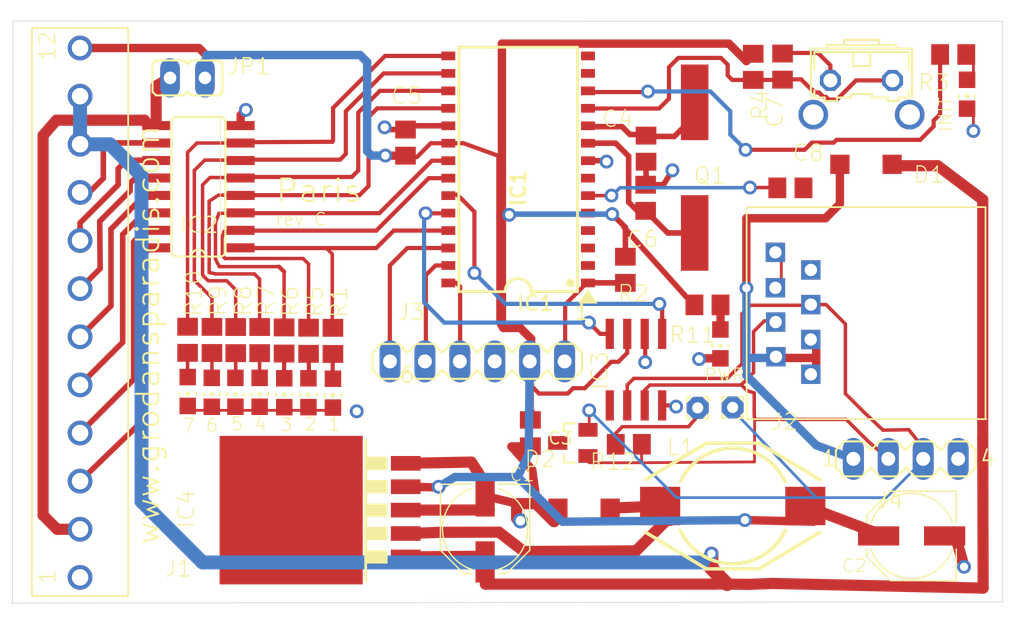
<source format=kicad_pcb>
(kicad_pcb (version 20221018) (generator pcbnew)
  (layers (0 "F.Cu" signal) (1 "In1.Cu" signal) (2 "In2.Cu" signal) (3 "In3.Cu" signal) (4 "In4.Cu" signal) (31 "B.Cu" signal) (34 "B.Paste" user) (35 "F.Paste" user) (36 "B.SilkS" user "B.Silkscreen") (37 "F.SilkS" user "F.Silkscreen") (38 "B.Mask" user) (39 "F.Mask" user) (44 "Edge.Cuts" user))
  (net 0 "")
  (net 1 "+12V")
  (net 2 "VREF")
  (net 3 "GND")
  (net 4 "VCC")
  (net 5 "TXCAN")
  (net 6 "N$4")
  (net 7 "N$6")
  (net 8 "RXCAN")
  (net 9 "N$5")
  (net 10 "N$12")
  (net 11 "N$13")
  (net 12 "N$14")
  (net 13 "N$15")
  (net 14 "I2")
  (net 15 "I3")
  (net 16 "I4")
  (net 17 "I5")
  (net 18 "I6")
  (net 19 "I7")
  (net 20 "VIN")
  (net 21 "N$1")
  (net 22 "N$2")
  (net 23 "N$7")
  (net 24 "N$8")
  (net 25 "I1")
  (net 26 "O7")
  (net 27 "O6")
  (net 28 "O5")
  (net 29 "O4")
  (net 30 "O3")
  (net 31 "O2")
  (net 32 "O1")
  (net 33 "N$9")
  (net 34 "N$10")
  (net 35 "N$11")
  (net 36 "N$16")
  (net 37 "N$17")
  (net 38 "N$18")
  (net 39 "N$19")
  (net 40 "N$20")
  (net 41 "CANH")
  (net 42 "CANL")
  (net 43 "N$3")
  (net 44 "N$21")
  (footprint "C0805" (layer "F.Cu") (at 141.1111 92.6836 90)
    (fp_text reference "C5")
    (fp_text value "0.1uF" hide)
  )
  (footprint "B3F-31XX" (layer "F.Cu") (at 174.2711 89.4036 180)
    (fp_text reference "S1" hide)
    (fp_text value "")
  )
  (footprint "CHIP-LED0805" (layer "F.Cu") (at 164.0111 107.3236 180)
    (fp_text reference "LED9" hide)
    (fp_text value "red" hide)
  )
  (footprint "RJ-45" (layer "F.Cu") (at 176.9411 105.0836 90)
    (fp_text reference "J2")
    (fp_text value "A00-108-220-450" hide)
  )
  (footprint "CHIP-LED0805" (layer "F.Cu") (at 125.2711 110.7836 180)
    (fp_text reference "LED8" hide)
    (fp_text value "red" hide)
  )
  (footprint "JP1" (layer "F.Cu") (at 125.2545 87.9768 90)
    (fp_text reference "JP1")
    (fp_text value "")
  )
  (footprint "PANASONIC_D" (layer "F.Cu") (at 146.8989 120.7794 -90)
    (fp_text reference "C1")
    (fp_text value "100uF" hide)
  )
  (footprint "TO263-5" (layer "F.Cu") (at 135.3351 119.4112 90)
    (fp_text reference "IC4")
    (fp_text value "LM2575S" hide)
  )
  (footprint "SOD123" (layer "F.Cu") (at 154.0933 119.2714 180)
    (fp_text reference "D3" hide)
    (fp_text value "S1D" hide)
  )
  (footprint "SO-08" (layer "F.Cu") (at 157.8711 109.1936 180)
    (fp_text reference "IC3")
    (fp_text value "MCP2551SN" hide)
  )
  (footprint "SO28" (layer "F.Cu") (at 149.3011 94.6336 90)
    (fp_text reference "IC1")
    (fp_text value "PIC18F2580" hide)
  )
  (footprint "CHIP-LED0805" (layer "F.Cu") (at 128.7411 110.8436 180)
    (fp_text reference "LED6" hide)
    (fp_text value "red" hide)
  )
  (footprint "R0805" (layer "F.Cu") (at 166.4011 87.1736 90)
    (fp_text reference "R4")
    (fp_text value "10K" hide)
  )
  (footprint "R0805" (layer "F.Cu") (at 157.3511 114.6236 180)
    (fp_text reference "R12")
    (fp_text value "120" hide)
  )
  (footprint "C0805" (layer "F.Cu") (at 168.5311 87.1536 -90)
    (fp_text reference "C7")
    (fp_text value "0.1uF" hide)
  )
  (footprint "1,6_0,8" (layer "F.Cu") (at 164.9011 111.9436)
    (fp_text reference "PAD2" hide)
    (fp_text value "")
  )
  (footprint "R0805" (layer "F.Cu") (at 127.0311 107.0336 90)
    (fp_text reference "R9")
    (fp_text value "1K" hide)
  )
  (footprint "DO3316P" (layer "F.Cu") (at 164.9087 119.1114)
    (fp_text reference "L1")
    (fp_text value "330 uH" hide)
  )
  (footprint "CHIP-LED0805" (layer "F.Cu") (at 127.0211 110.8436 180)
    (fp_text reference "LED7" hide)
    (fp_text value "red" hide)
  )
  (footprint "CHIP-LED0805" (layer "F.Cu") (at 135.8311 110.9036 180)
    (fp_text reference "LED2" hide)
    (fp_text value "red" hide)
  )
  (footprint "C0805" (layer "F.Cu") (at 169.1011 95.9736 180)
    (fp_text reference "C8")
    (fp_text value "10 uF" hide)
  )
  (footprint "9C" (layer "F.Cu") (at 162.1411 94.4936 -90)
    (fp_text reference "Q1")
    (fp_text value "10 MHz" hide)
  )
  (footprint "R0805" (layer "F.Cu") (at 125.2611 107.0236 90)
    (fp_text reference "R10")
    (fp_text value "1K" hide)
  )
  (footprint "PANASONIC_D" (layer "F.Cu") (at 177.9187 121.2878 180)
    (fp_text reference "C2")
    (fp_text value "330uF" hide)
  )
  (footprint "C0805" (layer "F.Cu") (at 158.6037 93.1244 90)
    (fp_text reference "C4")
    (fp_text value "15pF" hide)
  )
  (footprint "R0805" (layer "F.Cu") (at 157.1011 101.9336 90)
    (fp_text reference "R2")
    (fp_text value "10K" hide)
  )
  (footprint "SOD123" (layer "F.Cu") (at 174.6011 94.2636 180)
    (fp_text reference "D1")
    (fp_text value "S1D" hide)
  )
  (footprint "R0805" (layer "F.Cu") (at 130.5011 107.0436 90)
    (fp_text reference "R7")
    (fp_text value "1K" hide)
  )
  (footprint "R0805" (layer "F.Cu") (at 132.2811 107.0736 90)
    (fp_text reference "R6")
    (fp_text value "1K" hide)
  )
  (footprint "MA06-1" (layer "F.Cu") (at 146.3311 108.5936 180)
    (fp_text reference "J3")
    (fp_text value "")
  )
  (footprint "CHIP-LED0805" (layer "F.Cu") (at 132.2911 110.8736 180)
    (fp_text reference "LED4" hide)
    (fp_text value "red" hide)
  )
  (footprint "1,6_0,8" (layer "F.Cu") (at 162.3611 111.9736)
    (fp_text reference "PAD1" hide)
    (fp_text value "")
  )
  (footprint "CHIP-LED0805" (layer "F.Cu") (at 181.9511 89.1636 180)
    (fp_text reference "LED1" hide)
    (fp_text value "green" hide)
  )
  (footprint "R0805" (layer "F.Cu") (at 180.9411 86.2736 180)
    (fp_text reference "R3")
    (fp_text value "1K" hide)
  )
  (footprint "SOT23" (layer "F.Cu") (at 153.2811 114.5236 90)
    (fp_text reference "D2")
    (fp_text value "NUP2105L" hide)
  )
  (footprint "C0805" (layer "F.Cu") (at 158.5727 96.695 -90)
    (fp_text reference "C6")
    (fp_text value "15pF" hide)
  )
  (footprint "R0805" (layer "F.Cu") (at 163.0711 104.4836 180)
    (fp_text reference "R11")
    (fp_text value "1K" hide)
  )
  (footprint "R0805" (layer "F.Cu") (at 128.7611 107.0436 90)
    (fp_text reference "R8")
    (fp_text value "1K" hide)
  )
  (footprint "CHIP-LED0805" (layer "F.Cu") (at 130.5011 110.8436 180)
    (fp_text reference "LED5" hide)
    (fp_text value "red" hide)
  )
  (footprint "CHIP-LED0805" (layer "F.Cu") (at 134.0511 110.8736 180)
    (fp_text reference "LED3" hide)
    (fp_text value "red" hide)
  )
  (footprint "PINHEAD-12" (layer "F.Cu") (at 117.4411 106.8036 90)
    (fp_text reference "J1")
    (fp_text value "OSTTE-12" hide)
  )
  (footprint "MA04-1" (layer "F.Cu") (at 177.4911 115.6836)
    (fp_text reference "J4")
    (fp_text value "")
  )
  (footprint "0805" (layer "F.Cu") (at 150.1911 113.8036 90)
    (fp_text reference "C3")
    (fp_text value "100nF" hide)
  )
  (footprint "R0805" (layer "F.Cu") (at 134.0611 107.0936 90)
    (fp_text reference "R5")
    (fp_text value "1K" hide)
  )
  (footprint "R0805" (layer "F.Cu") (at 135.8311 107.1036 90)
    (fp_text reference "R1")
    (fp_text value "1K" hide)
  )
  (footprint "SO16" (layer "F.Cu") (at 126.0489 95.8896 90)
    (fp_text reference "IC2")
    (fp_text value "ULN2003AD" hide)
  )
  (gr_line (start 112.5711 83.8336) (end 112.5211 126.1636) (stroke (width 0.05)) (layer "Edge.Cuts"))
  (gr_line (start 112.4811 126.1736) (end 184.5211 126.0836) (stroke (width 0.05)) (layer "Edge.Cuts"))
  (gr_line (start 184.5211 126.0836) (end 184.5211 83.8636) (stroke (width 0.05)) (layer "Edge.Cuts"))
  (gr_line (start 184.5211 83.8636) (end 112.5711 83.8336) (stroke (width 0.05)) (layer "Edge.Cuts"))
  (gr_text "6" (at 126.5411 113.7736) (layer "F.SilkS") (effects (font (size 0.93472 0.93472) (thickness 0.08128)) (justify left bottom)))
  (gr_text "4" (at 130.0611 113.7136) (layer "F.SilkS") (effects (font (size 0.93472 0.93472) (thickness 0.08128)) (justify left bottom)))
  (gr_text "PWR" (at 162.7911 110.1336) (layer "F.SilkS") (effects (font (size 0.93472 0.93472) (thickness 0.08128)) (justify left bottom)))
  (gr_text "Paris" (at 131.5975 97.1382) (layer "F.SilkS") (effects (font (size 1.63576 1.63576) (thickness 0.14224)) (justify left bottom)))
  (gr_text "INIT" (at 180.9311 91.9836 90) (layer "F.SilkS") (effects (font (size 0.93472 0.93472) (thickness 0.08128)) (justify left bottom)))
  (gr_text "1" (at 135.4311 113.7136) (layer "F.SilkS") (effects (font (size 0.93472 0.93472) (thickness 0.08128)) (justify left bottom)))
  (gr_text "rev C" (at 131.5851 98.8106) (layer "F.SilkS") (effects (font (size 0.93472 0.93472) (thickness 0.08128)) (justify left bottom)))
  (gr_text "7" (at 124.8511 113.7736) (layer "F.SilkS") (effects (font (size 0.93472 0.93472) (thickness 0.08128)) (justify left bottom)))
  (gr_text "5" (at 128.3511 113.6836) (layer "F.SilkS") (effects (font (size 0.93472 0.93472) (thickness 0.08128)) (justify left bottom)))
  (gr_text "www.grodansparadis.com" (at 121.4231 91.3076 90) (layer "F.SilkS") (effects (font (size 1.63576 1.63576) (thickness 0.14224)) (justify right top)))
  (gr_text "2" (at 133.7011 113.7136) (layer "F.SilkS") (effects (font (size 0.93472 0.93472) (thickness 0.08128)) (justify left bottom)))
  (gr_text "3" (at 131.9411 113.7436) (layer "F.SilkS") (effects (font (size 0.93472 0.93472) (thickness 0.08128)) (justify left bottom)))
  (segment (start 172.7011 97.1336) (end 172.7011 94.2636) (width 0.6096) (layer "F.Cu") (net 1))
  (segment (start 170.9811 108.3436) (end 170.9811 109.6136) (width 0.6096) (layer "F.Cu") (net 1))
  (segment (start 170.9811 107.0736) (end 170.5811 107.0036) (width 0.6096) (layer "F.Cu") (net 1))
  (segment (start 168.4411 108.3436) (end 170.9811 108.3436) (width 0.6096) (layer "F.Cu") (net 1))
  (segment (start 165.9011 98.1836) (end 171.6511 98.1836) (width 0.6096) (layer "F.Cu") (net 1))
  (segment (start 168.0511 108.2536) (end 168.4411 108.3436) (width 0.2032) (layer "F.Cu") (net 1))
  (segment (start 165.9011 103.2636) (end 165.9011 98.1836) (width 0.6096) (layer "F.Cu") (net 1))
  (segment (start 170.9811 109.6136) (end 170.5911 109.5336) (width 0.6096) (layer "F.Cu") (net 1))
  (segment (start 171.6511 98.1836) (end 172.7011 97.1336) (width 0.6096) (layer "F.Cu") (net 1))
  (segment (start 170.9811 108.3436) (end 170.9811 107.0736) (width 0.6096) (layer "F.Cu") (net 1))
  (via (at 165.9011 103.2636) (size 1.0064) (drill 0.6) (layers "F.Cu" "B.Cu") (net 1))
  (segment (start 165.9011 108.3436) (end 165.9011 103.2636) (width 0.6096) (layer "B.Cu") (net 1))
  (segment (start 168.4411 108.3436) (end 168.0511 108.2536) (width 0.6096) (layer "B.Cu") (net 1))
  (segment (start 165.9011 103.2636) (end 165.9811 103.2636) (width 0.6096) (layer "B.Cu") (net 1))
  (segment (start 165.9011 108.3436) (end 168.4411 108.3436) (width 0.6096) (layer "B.Cu") (net 1))
  (segment (start 170.9811 114.6936) (end 165.9011 109.6136) (width 0.6096) (layer "B.Cu") (net 1))
  (segment (start 170.9811 114.6936) (end 173.6811 115.6836) (width 0.6096) (layer "B.Cu") (net 1))
  (segment (start 165.9011 109.6136) (end 165.9011 108.3436) (width 0.6096) (layer "B.Cu") (net 1))
  (segment (start 159.7761 111.7936) (end 160.7011 111.7936) (width 0.3048) (layer "F.Cu") (net 3))
  (segment (start 139.7511 91.7336) (end 141.1111 91.7336) (width 0.4064) (layer "F.Cu") (net 3))
  (segment (start 126.5311 112.1536) (end 129.0711 112.1536) (width 0.2032) (layer "F.Cu") (net 3))
  (segment (start 158.5727 95.745) (end 158.6037 95.714) (width 0.4064) (layer "F.Cu") (net 3))
  (segment (start 181.1353 121.3978) (end 181.7311 123.5336) (width 0.8128) (layer "F.Cu") (net 3))
  (segment (start 148.8136 114.7836) (end 150.1911 114.7561) (width 0.6096) (layer "F.Cu") (net 3))
  (segment (start 162.4611 108.4236) (end 162.5111 108.3736) (width 0.6096) (layer "F.Cu") (net 3))
  (segment (start 168.5711 86.1636) (end 171.1111 86.1636) (width 0.3048) (layer "F.Cu") (net 3))
  (segment (start 146.9989 118.9746) (end 146.9051 119.0684) (width 0.6096) (layer "F.Cu") (net 3))
  (segment (start 154.3811 93.9986) (end 155.6661 93.9986) (width 0.4064) (layer "F.Cu") (net 3))
  (segment (start 147.0321 117.6714) (end 145.9007 115.9176) (width 0.8128) (layer "F.Cu") (net 3))
  (segment (start 150.5861 118.9394) (end 150.5861 118.3786) (width 0.6096) (layer "F.Cu") (net 3))
  (segment (start 130.3411 112.1536) (end 130.5011 111.8936) (width 0.2032) (layer "F.Cu") (net 3))
  (segment (start 149.1911 118.9394) (end 149.1911 118.7636) (width 0.254) (layer "F.Cu") (net 3))
  (segment (start 150.3311 116.4936) (end 148.8136 114.7836) (width 0.6096) (layer "F.Cu") (net 3))
  (segment (start 126.5311 112.1536) (end 127.0211 111.8936) (width 0.2032) (layer "F.Cu") (net 3))
  (segment (start 149.1911 118.9394) (end 149.1911 120.0336) (width 0.8128) (layer "F.Cu") (net 3))
  (segment (start 147.0321 118.9414) (end 147.0321 117.6714) (width 0.6096) (layer "F.Cu") (net 3))
  (segment (start 125.2711 111.8336) (end 125.2611 112.1536) (width 0.2032) (layer "F.Cu") (net 3))
  (segment (start 134.1511 112.1536) (end 135.4211 112.1536) (width 0.2032) (layer "F.Cu") (net 3))
  (segment (start 168.5311 86.2036) (end 168.5711 86.1636) (width 0.3048) (layer "F.Cu") (net 3))
  (segment (start 158.6037 94.0744) (end 158.5279 93.9986) (width 0.4064) (layer "F.Cu") (net 3))
  (segment (start 168.4411 103.2636) (end 168.4411 100.7236) (width 0.2032) (layer "F.Cu") (net 3))
  (segment (start 129.0711 112.1536) (end 128.7411 111.8936) (width 0.2032) (layer "F.Cu") (net 3))
  (segment (start 145.9007 115.9176) (end 141.1263 116.0076) (width 0.8128) (layer "F.Cu") (net 3))
  (segment (start 158.5727 95.745) (end 159.8697 95.745) (width 0.4064) (layer "F.Cu") (net 3))
  (segment (start 146.8929 119.4766) (end 147.1845 118.916) (width 0.6096) (layer "F.Cu") (net 3))
  (segment (start 147.2083 119.3996) (end 146.8929 119.4766) (width 0.6096) (layer "F.Cu") (net 3))
  (segment (start 149.1911 120.0336) (end 149.4705 120.186) (width 0.6096) (layer "F.Cu") (net 3))
  (segment (start 147.1845 118.916) (end 147.2079 118.9394) (width 0.6096) (layer "F.Cu") (net 3))
  (segment (start 130.3411 112.1536) (end 132.8811 112.1536) (width 0.2032) (layer "F.Cu") (net 3))
  (segment (start 141.1263 116.0076) (end 140.5011 115.9636) (width 0.2032) (layer "F.Cu") (net 3))
  (segment (start 159.8697 95.745) (end 160.5211 94.6936) (width 0.4064) (layer "F.Cu") (net 3))
  (segment (start 151.8933 120.2466) (end 151.9851 120.3384) (width 0.6096) (layer "F.Cu") (net 3))
  (segment (start 129.0711 112.1536) (end 130.3411 112.1536) (width 0.2032) (layer "F.Cu") (net 3))
  (segment (start 182.4111 91.8336) (end 182.4111 90.5636) (width 0.2032) (layer "F.Cu") (net 3))
  (segment (start 139.5911 91.5736) (end 139.7511 91.7336) (width 0.4064) (layer "F.Cu") (net 3))
  (segment (start 152.1933 119.2714) (end 151.9959 119.2314) (width 0.6096) (layer "F.Cu") (net 3))
  (segment (start 147.2079 118.9394) (end 146.8989 118.3794) (width 0.6096) (layer "F.Cu") (net 3))
  (segment (start 134.1511 112.1536) (end 134.0511 111.9236) (width 0.2032) (layer "F.Cu") (net 3))
  (segment (start 172.0105 87.063) (end 172.0105 88.159) (width 0.3048) (layer "F.Cu") (net 3))
  (segment (start 168.4411 100.7236) (end 168.0111 100.6636) (width 0.2032) (layer "F.Cu") (net 3))
  (segment (start 146.9989 118.9746) (end 147.0321 118.9414) (width 0.6096) (layer "F.Cu") (net 3))
  (segment (start 151.9959 119.2314) (end 151.4911 119.6666) (width 0.6096) (layer "F.Cu") (net 3))
  (segment (start 129.1223 90.6824) (end 129.5011 90.3036) (width 0.6096) (layer "F.Cu") (net 3))
  (segment (start 132.8811 112.1536) (end 132.2911 111.9236) (width 0.2032) (layer "F.Cu") (net 3))
  (segment (start 160.7011 111.7936) (end 160.7911 111.8836) (width 0.3048) (layer "F.Cu") (net 3))
  (segment (start 132.8811 112.1536) (end 134.1511 112.1536) (width 0.2032) (layer "F.Cu") (net 3))
  (segment (start 151.9959 119.2314) (end 152.0975 119.333) (width 0.6096) (layer "F.Cu") (net 3))
  (segment (start 150.5861 118.3786) (end 150.3311 116.4936) (width 0.6096) (layer "F.Cu") (net 3))
  (segment (start 149.1911 118.9394) (end 150.5861 118.9394) (width 0.8128) (layer "F.Cu") (net 3))
  (segment (start 147.2079 118.9394) (end 147.2607 118.9922) (width 0.6096) (layer "F.Cu") (net 3))
  (segment (start 168.0111 103.2436) (end 168.4411 103.2636) (width 0.2032) (layer "F.Cu") (net 3))
  (segment (start 158.5411 106.6286) (end 158.5061 106.5936) (width 0.3048) (layer "F.Cu") (net 3))
  (segment (start 150.5861 118.9394) (end 151.8933 120.2466) (width 0.8128) (layer "F.Cu") (net 3))
  (segment (start 141.1111 91.7336) (end 141.3861 91.4586) (width 0.4064) (layer "F.Cu") (net 3))
  (segment (start 158.6037 95.714) (end 158.6037 94.0744) (width 0.4064) (layer "F.Cu") (net 3))
  (segment (start 129.1223 91.4446) (end 129.1223 90.6824) (width 0.6096) (layer "F.Cu") (net 3))
  (segment (start 171.1111 86.1636) (end 172.0105 87.063) (width 0.3048) (layer "F.Cu") (net 3))
  (segment (start 180.3187 121.2878) (end 181.1353 121.3978) (width 0.6096) (layer "F.Cu") (net 3))
  (segment (start 162.5111 108.3736) (end 164.0111 108.3736) (width 0.6096) (layer "F.Cu") (net 3))
  (segment (start 146.8989 118.3794) (end 146.9989 118.9746) (width 0.6096) (layer "F.Cu") (net 3))
  (segment (start 182.4111 90.5636) (end 181.9511 90.2136) (width 0.2032) (layer "F.Cu") (net 3))
  (segment (start 158.5411 108.6536) (end 158.5411 106.6286) (width 0.3048) (layer "F.Cu") (net 3))
  (segment (start 141.3861 91.4586) (end 144.2211 91.4586) (width 0.4064) (layer "F.Cu") (net 3))
  (segment (start 151.8933 120.2466) (end 152.1933 119.2714) (width 0.6096) (layer "F.Cu") (net 3))
  (segment (start 146.8989 118.3794) (end 149.1911 118.9394) (width 0.6096) (layer "F.Cu") (net 3))
  (segment (start 155.6661 93.9986) (end 155.7311 94.0636) (width 0.4064) (layer "F.Cu") (net 3))
  (segment (start 141.1263 119.4112) (end 147.2083 119.3996) (width 0.8128) (layer "F.Cu") (net 3))
  (segment (start 125.2611 112.1536) (end 126.5311 112.1536) (width 0.2032) (layer "F.Cu") (net 3))
  (segment (start 135.4211 112.1536) (end 135.8311 111.9536) (width 0.2032) (layer "F.Cu") (net 3))
  (via (at 149.4705 120.186) (size 1.1064) (drill 0.7) (layers "F.Cu" "B.Cu") (net 3))
  (via (at 160.5211 94.6936) (size 1.0064) (drill 0.6) (layers "F.Cu" "B.Cu") (net 3))
  (via (at 160.7911 111.8836) (size 1.0064) (drill 0.6) (layers "F.Cu" "B.Cu") (net 3))
  (via (at 181.7311 123.5336) (size 1.0064) (drill 0.6) (layers "F.Cu" "B.Cu") (net 3))
  (via (at 137.5611 112.2236) (size 1.0064) (drill 0.6) (layers "F.Cu" "B.Cu") (net 3))
  (via (at 129.5011 90.3036) (size 1.0064) (drill 0.6) (layers "F.Cu" "B.Cu") (net 3))
  (via (at 162.4611 108.4236) (size 1.0064) (drill 0.6) (layers "F.Cu" "B.Cu") (net 3))
  (via (at 139.5911 91.5736) (size 1.0064) (drill 0.6) (layers "F.Cu" "B.Cu") (net 3))
  (via (at 158.5411 108.6536) (size 1.0064) (drill 0.6) (layers "F.Cu" "B.Cu") (net 3))
  (via (at 155.7311 94.0636) (size 1.0064) (drill 0.6) (layers "F.Cu" "B.Cu") (net 3))
  (via (at 182.4111 91.8336) (size 1.0064) (drill 0.6) (layers "F.Cu" "B.Cu") (net 3))
  (segment (start 157.1011 99.4536) (end 157.1011 100.9836) (width 0.4064) (layer "F.Cu") (net 4))
  (segment (start 147.8611 105.5436) (end 147.8611 98.0436) (width 0.3048) (layer "F.Cu") (net 4))
  (segment (start 148.1211 85.4836) (end 164.6311 85.4836) (width 0.6096) (layer "F.Cu") (net 4))
  (segment (start 150.8211 110.9336) (end 152.9111 110.9336) (width 0.3048) (layer "F.Cu") (net 4))
  (segment (start 141.1111 93.6336) (end 139.6511 93.6336) (width 0.6096) (layer "F.Cu") (net 4))
  (segment (start 148.1211 105.8036) (end 148.1211 85.4836) (width 0.6096) (layer "F.Cu") (net 4))
  (segment (start 147.8611 93.6436) (end 145.3261 92.7286) (width 0.3048) (layer "F.Cu") (net 4))
  (segment (start 157.1011 98.8436) (end 157.1011 99.4536) (width 0.4064) (layer "F.Cu") (net 4))
  (segment (start 165.9011 86.7536) (end 166.4011 86.2236) (width 0.6096) (layer "F.Cu") (net 4))
  (segment (start 152.9111 110.9336) (end 153.3011 110.5436) (width 0.3048) (layer "F.Cu") (net 4))
  (segment (start 153.3011 110.5436) (end 154.1511 110.5436) (width 0.3048) (layer "F.Cu") (net 4))
  (segment (start 150.1411 112.2836) (end 150.2186 112.2911) (width 0.6096) (layer "F.Cu") (net 4))
  (segment (start 141.2111 93.7336) (end 141.1111 93.6336) (width 0.3048) (layer "F.Cu") (net 4))
  (segment (start 156.0711 108.6236) (end 156.5911 108.6236) (width 0.3048) (layer "F.Cu") (net 4))
  (segment (start 150.2411 106.9436) (end 149.4611 106.1636) (width 0.6096) (layer "F.Cu") (net 4))
  (segment (start 150.1411 108.5936) (end 150.2411 108.4936) (width 0.3048) (layer "F.Cu") (net 4))
  (segment (start 156.5911 108.6236) (end 157.2361 107.9786) (width 0.3048) (layer "F.Cu") (net 4))
  (segment (start 144.2211 92.7286) (end 142.9461 92.7286) (width 0.3048) (layer "F.Cu") (net 4))
  (segment (start 164.6311 85.4836) (end 165.9011 86.7536) (width 0.6096) (layer "F.Cu") (net 4))
  (segment (start 157.1011 99.4536) (end 157.0111 98.8536) (width 0.2032) (layer "F.Cu") (net 4))
  (segment (start 154.1511 110.5436) (end 156.0711 108.6236) (width 0.3048) (layer "F.Cu") (net 4))
  (segment (start 157.0111 98.8536) (end 162.0911 104.5336) (width 0.4064) (layer "F.Cu") (net 4))
  (segment (start 141.9411 93.7336) (end 141.2111 93.7336) (width 0.3048) (layer "F.Cu") (net 4))
  (segment (start 126.6211 86.3336) (end 126.0911 85.8036) (width 0.6096) (layer "F.Cu") (net 4))
  (segment (start 147.9711 97.9336) (end 148.6511 97.9336) (width 0.3048) (layer "F.Cu") (net 4))
  (segment (start 150.2186 112.2911) (end 150.1911 112.8511) (width 0.6096) (layer "F.Cu") (net 4))
  (segment (start 126.0911 85.8036) (end 117.4411 85.8036) (width 0.6096) (layer "F.Cu") (net 4))
  (segment (start 141.1263 117.7094) (end 143.4169 117.7594) (width 0.6096) (layer "F.Cu") (net 4))
  (segment (start 165.7911 120.1336) (end 170.7865 120.2536) (width 0.6096) (layer "F.Cu") (net 4))
  (segment (start 143.4169 117.7594) (end 143.5211 117.7136) (width 0.3048) (layer "F.Cu") (net 4))
  (segment (start 150.1411 110.2536) (end 150.8211 110.9336) (width 0.3048) (layer "F.Cu") (net 4))
  (segment (start 126.6211 87.4602) (end 126.6211 86.3336) (width 0.6096) (layer "F.Cu") (net 4))
  (segment (start 147.8611 98.0436) (end 147.9711 97.9336) (width 0.3048) (layer "F.Cu") (net 4))
  (segment (start 157.2361 107.9786) (end 157.2361 106.5936) (width 0.3048) (layer "F.Cu") (net 4))
  (segment (start 145.3261 92.7286) (end 144.2211 92.7286) (width 0.3048) (layer "F.Cu") (net 4))
  (segment (start 150.1411 110.2536) (end 150.1411 112.2836) (width 0.6096) (layer "F.Cu") (net 4))
  (segment (start 170.7865 120.2536) (end 170.1887 119.1114) (width 0.3048) (layer "F.Cu") (net 4))
  (segment (start 175.6087 121.1714) (end 175.5187 121.2878) (width 0.4064) (layer "F.Cu") (net 4))
  (segment (start 148.0396 105.851) (end 148.1211 105.8036) (width 0.254) (layer "F.Cu") (net 4))
  (segment (start 149.4611 106.1636) (end 148.2211 106.1636) (width 0.6096) (layer "F.Cu") (net 4))
  (segment (start 170.1887 119.1114) (end 175.6087 121.1714) (width 0.8128) (layer "F.Cu") (net 4))
  (segment (start 147.8611 98.0436) (end 147.8611 93.6436) (width 0.3048) (layer "F.Cu") (net 4))
  (segment (start 162.0911 104.5336) (end 162.1211 104.4836) (width 0.2032) (layer "F.Cu") (net 4))
  (segment (start 150.1411 108.5936) (end 150.1411 110.2536) (width 0.6096) (layer "F.Cu") (net 4))
  (segment (start 126.5245 87.9768) (end 126.6211 87.4602) (width 0.6096) (layer "F.Cu") (net 4))
  (segment (start 139.6511 93.6336) (end 139.6411 93.6236) (width 0.6096) (layer "F.Cu") (net 4))
  (segment (start 148.0396 105.851) (end 147.8611 105.5436) (width 0.3048) (layer "F.Cu") (net 4))
  (segment (start 156.1411 97.8836) (end 157.1011 98.8436) (width 0.4064) (layer "F.Cu") (net 4))
  (segment (start 142.9461 92.7286) (end 141.9411 93.7336) (width 0.3048) (layer "F.Cu") (net 4))
  (segment (start 148.2211 106.1636) (end 148.0396 105.851) (width 0.6096) (layer "F.Cu") (net 4))
  (segment (start 150.2411 108.4936) (end 150.2411 106.9436) (width 0.6096) (layer "F.Cu") (net 4))
  (via (at 143.5211 117.7136) (size 1.0064) (drill 0.6) (layers "F.Cu" "B.Cu") (net 4))
  (via (at 148.6511 97.9336) (size 1.0064) (drill 0.6) (layers "F.Cu" "B.Cu") (net 4))
  (via (at 165.7911 120.1336) (size 1.0064) (drill 0.6) (layers "F.Cu" "B.Cu") (net 4))
  (via (at 156.1411 97.8836) (size 1.0064) (drill 0.6) (layers "F.Cu" "B.Cu") (net 4))
  (via (at 139.6411 93.6236) (size 1.0064) (drill 0.6) (layers "F.Cu" "B.Cu") (net 4))
  (segment (start 138.6311 93.6236) (end 138.3211 93.3136) (width 0.6096) (layer "B.Cu") (net 4))
  (segment (start 137.8111 86.3136) (end 126.6411 86.3136) (width 0.6096) (layer "B.Cu") (net 4))
  (segment (start 150.0711 115.3236) (end 150.1411 108.5936) (width 0.6096) (layer "B.Cu") (net 4))
  (segment (start 126.6411 86.3136) (end 126.6211 86.3336) (width 0.6096) (layer "B.Cu") (net 4))
  (segment (start 139.6411 93.6236) (end 138.6311 93.6236) (width 0.6096) (layer "B.Cu") (net 4))
  (segment (start 149.2711 117.0036) (end 152.5211 120.2536) (width 0.6096) (layer "B.Cu") (net 4))
  (segment (start 126.6211 86.3336) (end 126.6211 87.4602) (width 0.6096) (layer "B.Cu") (net 4))
  (segment (start 126.6211 87.4602) (end 126.5245 87.9768) (width 0.6096) (layer "B.Cu") (net 4))
  (segment (start 148.6511 97.9336) (end 148.7011 97.8836) (width 0.4064) (layer "B.Cu") (net 4))
  (segment (start 138.3211 86.8236) (end 137.8111 86.3136) (width 0.6096) (layer "B.Cu") (net 4))
  (segment (start 148.7011 97.8836) (end 156.1411 97.8836) (width 0.4064) (layer "B.Cu") (net 4))
  (segment (start 138.3211 93.3136) (end 138.3211 86.8236) (width 0.6096) (layer "B.Cu") (net 4))
  (segment (start 144.7011 117.0036) (end 149.2711 117.0036) (width 0.6096) (layer "B.Cu") (net 4))
  (segment (start 149.2711 117.0036) (end 150.0711 115.3236) (width 0.6096) (layer "B.Cu") (net 4))
  (segment (start 143.5211 117.7136) (end 144.7011 117.0036) (width 0.6096) (layer "B.Cu") (net 4))
  (segment (start 152.5211 120.2536) (end 165.7911 120.1336) (width 0.6096) (layer "B.Cu") (net 4))
  (segment (start 146.1211 97.7136) (end 144.8811 96.4736) (width 0.3048) (layer "F.Cu") (net 5))
  (segment (start 159.5711 104.4136) (end 159.7761 104.6186) (width 0.3048) (layer "F.Cu") (net 5))
  (segment (start 144.8811 96.4736) (end 144.2861 96.4736) (width 0.3048) (layer "F.Cu") (net 5))
  (segment (start 146.1211 102.1636) (end 146.1211 97.7136) (width 0.3048) (layer "F.Cu") (net 5))
  (segment (start 144.2861 96.4736) (end 144.2211 96.5386) (width 0.3048) (layer "F.Cu") (net 5))
  (segment (start 159.7761 104.6186) (end 159.7761 106.5936) (width 0.3048) (layer "F.Cu") (net 5))
  (via (at 146.1211 102.1636) (size 1.0064) (drill 0.6) (layers "F.Cu" "B.Cu") (net 5))
  (via (at 159.5711 104.4136) (size 1.0064) (drill 0.6) (layers "F.Cu" "B.Cu") (net 5))
  (segment (start 148.3711 104.4136) (end 159.5711 104.4136) (width 0.3048) (layer "B.Cu") (net 5))
  (segment (start 146.1211 102.1636) (end 148.3711 104.4136) (width 0.3048) (layer "B.Cu") (net 5))
  (segment (start 165.8411 93.2036) (end 170.1411 93.2036) (width 0.3048) (layer "F.Cu") (net 6))
  (segment (start 178.5411 92.4836) (end 179.5211 91.5036) (width 0.3048) (layer "F.Cu") (net 6))
  (segment (start 154.4861 88.9186) (end 154.5711 89.0036) (width 0.3048) (layer "F.Cu") (net 6))
  (segment (start 170.6611 92.6836) (end 172.2511 92.6836) (width 0.3048) (layer "F.Cu") (net 6))
  (segment (start 154.3811 88.9186) (end 154.4861 88.9186) (width 0.3048) (layer "F.Cu") (net 6))
  (segment (start 179.5211 91.0836) (end 179.9911 90.6136) (width 0.3048) (layer "F.Cu") (net 6))
  (segment (start 179.9911 90.6136) (end 179.9911 86.2736) (width 0.3048) (layer "F.Cu") (net 6))
  (segment (start 172.4511 92.4836) (end 178.5411 92.4836) (width 0.3048) (layer "F.Cu") (net 6))
  (segment (start 172.2511 92.6836) (end 172.4511 92.4836) (width 0.3048) (layer "F.Cu") (net 6))
  (segment (start 170.1411 93.2036) (end 170.6611 92.6836) (width 0.3048) (layer "F.Cu") (net 6))
  (segment (start 179.5211 91.5036) (end 179.5211 91.0836) (width 0.3048) (layer "F.Cu") (net 6))
  (segment (start 158.7011 89.0036) (end 158.7411 88.9636) (width 0.3048) (layer "F.Cu") (net 6))
  (segment (start 154.5711 89.0036) (end 158.7011 89.0036) (width 0.3048) (layer "F.Cu") (net 6))
  (via (at 158.7411 88.9636) (size 1.0064) (drill 0.6) (layers "F.Cu" "B.Cu") (net 6))
  (via (at 165.8411 93.2036) (size 1.0064) (drill 0.6) (layers "F.Cu" "B.Cu") (net 6))
  (segment (start 164.7311 90.4036) (end 164.7311 92.0936) (width 0.3048) (layer "B.Cu") (net 6))
  (segment (start 164.7311 92.0936) (end 165.8411 93.2036) (width 0.3048) (layer "B.Cu") (net 6))
  (segment (start 158.7411 88.9636) (end 163.2911 88.9636) (width 0.3048) (layer "B.Cu") (net 6))
  (segment (start 163.2911 88.9636) (end 164.7311 90.4036) (width 0.3048) (layer "B.Cu") (net 6))
  (segment (start 160.9511 86.5236) (end 164.0511 86.5236) (width 0.3048) (layer "F.Cu") (net 7))
  (segment (start 171.7011 89.3636) (end 171.8911 89.5536) (width 0.3048) (layer "F.Cu") (net 7))
  (segment (start 170.6311 88.8336) (end 170.6911 88.8336) (width 0.3048) (layer "F.Cu") (net 7))
  (segment (start 170.6911 88.8336) (end 170.8911 89.0336) (width 0.3048) (layer "F.Cu") (net 7))
  (segment (start 168.5111 88.1236) (end 168.5311 88.1036) (width 0.3048) (layer "F.Cu") (net 7))
  (segment (start 160.2711 87.2036) (end 160.9511 86.5236) (width 0.3048) (layer "F.Cu") (net 7))
  (segment (start 170.8911 89.0336) (end 171.1811 89.0336) (width 0.3048) (layer "F.Cu") (net 7))
  (segment (start 154.3811 90.1886) (end 154.3961 90.2036) (width 0.3048) (layer "F.Cu") (net 7))
  (segment (start 169.8811 88.0836) (end 170.6311 88.8336) (width 0.3048) (layer "F.Cu") (net 7))
  (segment (start 171.8911 89.5536) (end 172.4811 89.5536) (width 0.3048) (layer "F.Cu") (net 7))
  (segment (start 154.3961 90.2036) (end 159.5511 90.2036) (width 0.3048) (layer "F.Cu") (net 7))
  (segment (start 168.5511 88.0836) (end 169.8811 88.0836) (width 0.3048) (layer "F.Cu") (net 7))
  (segment (start 164.0511 86.5236) (end 164.5411 87.0136) (width 0.3048) (layer "F.Cu") (net 7))
  (segment (start 168.5311 88.1036) (end 168.5511 88.0836) (width 0.3048) (layer "F.Cu") (net 7))
  (segment (start 171.1811 89.0336) (end 171.5111 89.3636) (width 0.3048) (layer "F.Cu") (net 7))
  (segment (start 160.2711 89.4836) (end 160.2711 87.2036) (width 0.3048) (layer "F.Cu") (net 7))
  (segment (start 164.8711 88.1236) (end 166.4011 88.1236) (width 0.3048) (layer "F.Cu") (net 7))
  (segment (start 173.8757 88.159) (end 176.5317 88.159) (width 0.3048) (layer "F.Cu") (net 7))
  (segment (start 164.5411 87.0136) (end 164.5411 87.7936) (width 0.3048) (layer "F.Cu") (net 7))
  (segment (start 171.5111 89.3636) (end 171.7011 89.3636) (width 0.3048) (layer "F.Cu") (net 7))
  (segment (start 159.5511 90.2036) (end 160.2711 89.4836) (width 0.3048) (layer "F.Cu") (net 7))
  (segment (start 166.4011 88.1236) (end 168.5111 88.1236) (width 0.3048) (layer "F.Cu") (net 7))
  (segment (start 172.4811 89.5536) (end 173.8757 88.159) (width 0.3048) (layer "F.Cu") (net 7))
  (segment (start 164.5411 87.7936) (end 164.8711 88.1236) (width 0.3048) (layer "F.Cu") (net 7))
  (segment (start 154.4511 105.7736) (end 155.2711 106.5936) (width 0.3048) (layer "F.Cu") (net 8))
  (segment (start 142.5711 97.8236) (end 144.2061 97.8236) (width 0.3048) (layer "F.Cu") (net 8))
  (segment (start 144.2061 97.8236) (end 144.2211 97.8086) (width 0.3048) (layer "F.Cu") (net 8))
  (segment (start 155.2711 106.5936) (end 155.9661 106.5936) (width 0.3048) (layer "F.Cu") (net 8))
  (via (at 142.5711 97.8236) (size 1.0064) (drill 0.6) (layers "F.Cu" "B.Cu") (net 8))
  (via (at 154.4511 105.7736) (size 1.0064) (drill 0.6) (layers "F.Cu" "B.Cu") (net 8))
  (segment (start 142.4611 104.3036) (end 142.4611 97.9336) (width 0.3048) (layer "B.Cu") (net 8))
  (segment (start 142.4611 104.3036) (end 143.9311 105.7736) (width 0.3048) (layer "B.Cu") (net 8))
  (segment (start 143.9311 105.7736) (end 154.4511 105.7736) (width 0.3048) (layer "B.Cu") (net 8))
  (segment (start 142.4611 97.9336) (end 142.5711 97.8236) (width 0.3048) (layer "B.Cu") (net 8))
  (segment (start 182.4111 88.0236) (end 182.4111 86.7536) (width 0.2032) (layer "F.Cu") (net 9))
  (segment (start 181.9511 88.1136) (end 182.4111 88.0236) (width 0.2032) (layer "F.Cu") (net 9))
  (segment (start 182.4111 86.7536) (end 181.8911 86.2736) (width 0.254) (layer "F.Cu") (net 9))
  (segment (start 152.7211 104.4636) (end 154.3011 102.8836) (width 0.3048) (layer "F.Cu") (net 10))
  (segment (start 152.7211 108.5536) (end 152.7211 104.4636) (width 0.3048) (layer "F.Cu") (net 10))
  (segment (start 154.3011 102.8836) (end 157.1011 102.8836) (width 0.4064) (layer "F.Cu") (net 10))
  (segment (start 157.1011 102.8836) (end 157.0961 102.8886) (width 0.3048) (layer "F.Cu") (net 10))
  (segment (start 152.6811 108.5936) (end 152.7211 108.5536) (width 0.3048) (layer "F.Cu") (net 10))
  (segment (start 157.0961 102.8886) (end 154.3811 102.8886) (width 0.3048) (layer "F.Cu") (net 10))
  (segment (start 145.0811 108.5736) (end 145.0811 103.1636) (width 0.3048) (layer "F.Cu") (net 11))
  (segment (start 144.8061 102.8886) (end 144.2211 102.8886) (width 0.3048) (layer "F.Cu") (net 11))
  (segment (start 145.0611 108.5936) (end 145.0811 108.5736) (width 0.3048) (layer "F.Cu") (net 11))
  (segment (start 145.0811 103.1636) (end 144.8061 102.8886) (width 0.3048) (layer "F.Cu") (net 11))
  (segment (start 142.5211 108.5936) (end 142.5911 108.5236) (width 0.3048) (layer "F.Cu") (net 12))
  (segment (start 143.2961 101.6186) (end 144.2211 101.6186) (width 0.3048) (layer "F.Cu") (net 12))
  (segment (start 142.5911 102.3236) (end 143.2961 101.6186) (width 0.3048) (layer "F.Cu") (net 12))
  (segment (start 142.5911 108.5236) (end 142.5911 102.3236) (width 0.3048) (layer "F.Cu") (net 12))
  (segment (start 141.2461 100.3486) (end 144.2211 100.3486) (width 0.3048) (layer "F.Cu") (net 13))
  (segment (start 139.9811 108.5936) (end 139.9711 108.5836) (width 0.3048) (layer "F.Cu") (net 13))
  (segment (start 139.9711 101.6236) (end 141.2461 100.3486) (width 0.3048) (layer "F.Cu") (net 13))
  (segment (start 139.9711 108.5836) (end 139.9711 101.6236) (width 0.3048) (layer "F.Cu") (net 13))
  (segment (start 138.9811 99.0836) (end 142.7961 95.2686) (width 0.3048) (layer "F.Cu") (net 14))
  (segment (start 129.1413 99.0836) (end 138.9811 99.0836) (width 0.3048) (layer "F.Cu") (net 14))
  (segment (start 128.0011 101.1136) (end 133.6611 101.1136) (width 0.254) (layer "F.Cu") (net 14))
  (segment (start 129.0233 99.1636) (end 129.1223 99.0646) (width 0.3048) (layer "F.Cu") (net 14))
  (segment (start 134.0611 101.5136) (end 134.0611 106.1436) (width 0.254) (layer "F.Cu") (net 14))
  (segment (start 127.7611 100.8836) (end 127.7611 99.5736) (width 0.254) (layer "F.Cu") (net 14))
  (segment (start 127.7611 100.8836) (end 128.0011 101.1136) (width 0.254) (layer "F.Cu") (net 14))
  (segment (start 127.9211 99.1636) (end 129.0233 99.1636) (width 0.3048) (layer "F.Cu") (net 14))
  (segment (start 127.7611 99.5736) (end 127.9211 99.1636) (width 0.254) (layer "F.Cu") (net 14))
  (segment (start 129.1223 99.0646) (end 129.1413 99.0836) (width 0.3048) (layer "F.Cu") (net 14))
  (segment (start 142.7961 95.2686) (end 144.2211 95.2686) (width 0.3048) (layer "F.Cu") (net 14))
  (segment (start 133.6611 101.1136) (end 134.0611 101.5136) (width 0.254) (layer "F.Cu") (net 14))
  (segment (start 129.1223 97.7946) (end 129.1413 97.8136) (width 0.3048) (layer "F.Cu") (net 15))
  (segment (start 139.2111 97.8136) (end 143.0261 93.9986) (width 0.3048) (layer "F.Cu") (net 15))
  (segment (start 132.2811 102.0736) (end 131.9111 101.7036) (width 0.3048) (layer "F.Cu") (net 15))
  (segment (start 127.5711 101.7036) (end 127.2911 101.1636) (width 0.254) (layer "F.Cu") (net 15))
  (segment (start 127.5411 97.8236) (end 129.0933 97.8236) (width 0.254) (layer "F.Cu") (net 15))
  (segment (start 131.9111 101.7036) (end 127.5711 101.7036) (width 0.254) (layer "F.Cu") (net 15))
  (segment (start 127.2911 98.4936) (end 127.5411 97.8236) (width 0.254) (layer "F.Cu") (net 15))
  (segment (start 129.1413 97.8136) (end 139.2111 97.8136) (width 0.3048) (layer "F.Cu") (net 15))
  (segment (start 132.2811 106.1236) (end 132.2811 102.0736) (width 0.254) (layer "F.Cu") (net 15))
  (segment (start 129.0933 97.8236) (end 129.1223 97.7946) (width 0.3048) (layer "F.Cu") (net 15))
  (segment (start 143.0261 93.9986) (end 144.2211 93.9986) (width 0.3048) (layer "F.Cu") (net 15))
  (segment (start 127.2911 101.1636) (end 127.2911 98.4936) (width 0.254) (layer "F.Cu") (net 15))
  (segment (start 129.1013 96.5036) (end 129.1223 96.5246) (width 0.254) (layer "F.Cu") (net 16))
  (segment (start 129.1223 96.5246) (end 129.1433 96.5036) (width 0.3048) (layer "F.Cu") (net 16))
  (segment (start 126.8311 96.9436) (end 127.5111 96.5036) (width 0.254) (layer "F.Cu") (net 16))
  (segment (start 130.1211 102.2336) (end 127.3011 102.2336) (width 0.254) (layer "F.Cu") (net 16))
  (segment (start 127.5111 96.5036) (end 129.1013 96.5036) (width 0.254) (layer "F.Cu") (net 16))
  (segment (start 138.4211 95.8436) (end 138.4211 90.8236) (width 0.3048) (layer "F.Cu") (net 16))
  (segment (start 130.5011 102.6136) (end 130.1211 102.2336) (width 0.254) (layer "F.Cu") (net 16))
  (segment (start 137.7611 96.5036) (end 138.4211 95.8436) (width 0.3048) (layer "F.Cu") (net 16))
  (segment (start 129.1433 96.5036) (end 137.7611 96.5036) (width 0.3048) (layer "F.Cu") (net 16))
  (segment (start 130.5011 106.0936) (end 130.5011 102.6136) (width 0.254) (layer "F.Cu") (net 16))
  (segment (start 139.0561 90.1886) (end 144.2211 90.1886) (width 0.3048) (layer "F.Cu") (net 16))
  (segment (start 127.3011 102.2336) (end 126.8311 102.1236) (width 0.254) (layer "F.Cu") (net 16))
  (segment (start 138.4211 90.8236) (end 139.0561 90.1886) (width 0.3048) (layer "F.Cu") (net 16))
  (segment (start 126.8311 102.1236) (end 126.8311 96.9436) (width 0.254) (layer "F.Cu") (net 16))
  (segment (start 129.0913 95.2236) (end 129.1223 95.2546) (width 0.254) (layer "F.Cu") (net 17))
  (segment (start 137.6711 94.7136) (end 137.6711 90.4936) (width 0.3048) (layer "F.Cu") (net 17))
  (segment (start 137.2011 95.1836) (end 137.6711 94.7136) (width 0.3048) (layer "F.Cu") (net 17))
  (segment (start 129.1933 95.1836) (end 137.2011 95.1836) (width 0.3048) (layer "F.Cu") (net 17))
  (segment (start 126.3511 102.3236) (end 126.3511 95.7636) (width 0.254) (layer "F.Cu") (net 17))
  (segment (start 139.2461 88.9186) (end 144.2211 88.9186) (width 0.3048) (layer "F.Cu") (net 17))
  (segment (start 126.8911 95.2236) (end 129.0913 95.2236) (width 0.254) (layer "F.Cu") (net 17))
  (segment (start 128.1111 102.7336) (end 126.7611 102.7336) (width 0.254) (layer "F.Cu") (net 17))
  (segment (start 128.7611 106.0936) (end 128.7611 103.3836) (width 0.254) (layer "F.Cu") (net 17))
  (segment (start 129.1223 95.2546) (end 129.1933 95.1836) (width 0.3048) (layer "F.Cu") (net 17))
  (segment (start 126.7611 102.7336) (end 126.3511 102.3236) (width 0.254) (layer "F.Cu") (net 17))
  (segment (start 126.3511 95.7636) (end 126.8911 95.2236) (width 0.254) (layer "F.Cu") (net 17))
  (segment (start 128.7611 103.3836) (end 128.1111 102.7336) (width 0.254) (layer "F.Cu") (net 17))
  (segment (start 137.6711 90.4936) (end 139.2461 88.9186) (width 0.3048) (layer "F.Cu") (net 17))
  (segment (start 136.7711 90.4036) (end 139.5261 87.6486) (width 0.3048) (layer "F.Cu") (net 18))
  (segment (start 125.7511 102.6936) (end 125.7511 94.7136) (width 0.254) (layer "F.Cu") (net 18))
  (segment (start 127.0311 103.9736) (end 125.7511 102.6936) (width 0.254) (layer "F.Cu") (net 18))
  (segment (start 127.0311 106.0836) (end 127.0311 103.9736) (width 0.254) (layer "F.Cu") (net 18))
  (segment (start 126.5111 93.9536) (end 129.0913 93.9536) (width 0.254) (layer "F.Cu") (net 18))
  (segment (start 129.1833 93.9236) (end 136.3511 93.9236) (width 0.3048) (layer "F.Cu") (net 18))
  (segment (start 139.5261 87.6486) (end 144.2211 87.6486) (width 0.3048) (layer "F.Cu") (net 18))
  (segment (start 129.0913 93.9536) (end 129.1223 93.9846) (width 0.254) (layer "F.Cu") (net 18))
  (segment (start 136.7711 93.5036) (end 136.7711 90.4036) (width 0.3048) (layer "F.Cu") (net 18))
  (segment (start 125.7511 94.7136) (end 126.5111 93.9536) (width 0.254) (layer "F.Cu") (net 18))
  (segment (start 136.3511 93.9236) (end 136.7711 93.5036) (width 0.3048) (layer "F.Cu") (net 18))
  (segment (start 129.1223 93.9846) (end 129.1833 93.9236) (width 0.3048) (layer "F.Cu") (net 18))
  (segment (start 135.7911 92.6236) (end 135.8411 92.5136) (width 0.3048) (layer "F.Cu") (net 19))
  (segment (start 135.8411 92.5136) (end 135.8411 90.1636) (width 0.3048) (layer "F.Cu") (net 19))
  (segment (start 125.2611 93.3936) (end 125.9411 92.7136) (width 0.254) (layer "F.Cu") (net 19))
  (segment (start 129.1223 92.7146) (end 129.1833 92.6536) (width 0.3048) (layer "F.Cu") (net 19))
  (segment (start 139.6261 86.3786) (end 144.2211 86.3786) (width 0.3048) (layer "F.Cu") (net 19))
  (segment (start 125.2611 106.0736) (end 125.2611 93.3936) (width 0.254) (layer "F.Cu") (net 19))
  (segment (start 125.9411 92.7136) (end 129.1213 92.7136) (width 0.254) (layer "F.Cu") (net 19))
  (segment (start 135.8411 90.1636) (end 139.6261 86.3786) (width 0.3048) (layer "F.Cu") (net 19))
  (segment (start 129.1213 92.7136) (end 129.1223 92.7146) (width 0.254) (layer "F.Cu") (net 19))
  (segment (start 129.1833 92.6536) (end 135.7911 92.6236) (width 0.3048) (layer "F.Cu") (net 19))
  (segment (start 164.4994 124.7891) (end 166.0511 124.8136) (width 0.8128) (layer "F.Cu") (net 20))
  (segment (start 183.1211 125.0836) (end 183.0911 114.2436) (width 0.8128) (layer "F.Cu") (net 20))
  (segment (start 146.9231 124.7936) (end 146.8989 123.1794) (width 0.8128) (layer "F.Cu") (net 20))
  (segment (start 177.0411 94.2636) (end 176.5011 94.2636) (width 0.4064) (layer "F.Cu") (net 20))
  (segment (start 146.9143 122.7648) (end 141.1263 122.8148) (width 0.8128) (layer "F.Cu") (net 20))
  (segment (start 163.4711 124.7936) (end 146.9231 124.7936) (width 0.8128) (layer "F.Cu") (net 20))
  (segment (start 177.1411 94.3636) (end 177.0411 94.2636) (width 0.4064) (layer "F.Cu") (net 20))
  (segment (start 163.3611 122.5736) (end 163.3611 123.6508) (width 1.016) (layer "F.Cu") (net 20))
  (segment (start 167.7911 124.7436) (end 183.1211 125.0836) (width 0.8128) (layer "F.Cu") (net 20))
  (segment (start 146.8989 123.1794) (end 146.9143 122.7648) (width 0.4064) (layer "F.Cu") (net 20))
  (segment (start 166.0511 124.8136) (end 167.7911 124.7436) (width 0.8128) (layer "F.Cu") (net 20))
  (segment (start 164.1511 124.7836) (end 163.4711 124.7936) (width 0.8128) (layer "F.Cu") (net 20))
  (segment (start 164.4994 124.7891) (end 164.1511 124.7836) (width 0.8128) (layer "F.Cu") (net 20))
  (segment (start 179.8111 94.3636) (end 177.1411 94.3636) (width 0.8128) (layer "F.Cu") (net 20))
  (segment (start 163.3611 123.6508) (end 164.4994 124.7891) (width 1.016) (layer "F.Cu") (net 20))
  (segment (start 183.0911 96.8336) (end 179.8111 94.3636) (width 0.8128) (layer "F.Cu") (net 20))
  (segment (start 183.0911 114.2436) (end 183.0911 96.8336) (width 0.8128) (layer "F.Cu") (net 20))
  (via (at 163.3611 122.5736) (size 1.0064) (drill 0.6) (layers "F.Cu" "B.Cu") (net 20))
  (segment (start 126.3511 123.2136) (end 162.7211 123.2136) (width 1.016) (layer "B.Cu") (net 20))
  (segment (start 162.7211 123.2136) (end 163.3611 122.5736) (width 0.8128) (layer "B.Cu") (net 20))
  (segment (start 121.9111 118.7736) (end 126.3511 123.2136) (width 1.016) (layer "B.Cu") (net 20))
  (segment (start 119.6111 92.8036) (end 117.4411 92.8036) (width 1.016) (layer "B.Cu") (net 20))
  (segment (start 117.4411 92.8036) (end 117.4411 89.3036) (width 1.016) (layer "B.Cu") (net 20))
  (segment (start 121.9111 95.1036) (end 119.6111 92.8036) (width 1.016) (layer "B.Cu") (net 20))
  (segment (start 121.9111 118.7736) (end 121.9111 95.1036) (width 1.016) (layer "B.Cu") (net 20))
  (segment (start 147.9069 121.0136) (end 149.7245 122.4212) (width 0.8128) (layer "F.Cu") (net 21))
  (segment (start 141.2155 121.1754) (end 141.1759 121.1254) (width 0.8128) (layer "F.Cu") (net 21))
  (segment (start 157.8773 122.3712) (end 159.9887 120.2598) (width 0.8128) (layer "F.Cu") (net 21))
  (segment (start 160.3417 120.2114) (end 160.3925 120.2622) (width 0.6096) (layer "F.Cu") (net 21))
  (segment (start 159.6287 119.1114) (end 160.3417 120.2114) (width 0.6096) (layer "F.Cu") (net 21))
  (segment (start 159.9887 120.2598) (end 159.6287 119.1114) (width 0.6096) (layer "F.Cu") (net 21))
  (segment (start 159.6287 119.1114) (end 155.9933 119.2714) (width 0.8128) (layer "F.Cu") (net 21))
  (segment (start 141.1759 121.1254) (end 143.5777 121.0236) (width 0.8128) (layer "F.Cu") (net 21))
  (segment (start 141.2155 121.1754) (end 141.0885 121.2284) (width 0.6096) (layer "F.Cu") (net 21))
  (segment (start 141.1263 121.113) (end 141.2155 121.1754) (width 0.6096) (layer "F.Cu") (net 21))
  (segment (start 143.5777 121.0236) (end 147.9069 121.0136) (width 0.8128) (layer "F.Cu") (net 21))
  (segment (start 149.7245 122.4212) (end 157.8773 122.3712) (width 0.8128) (layer "F.Cu") (net 21))
  (segment (start 158.0811 92.0936) (end 158.2211 92.2336) (width 0.4064) (layer "F.Cu") (net 22))
  (segment (start 157.4311 92.0936) (end 158.0811 92.0936) (width 0.4064) (layer "F.Cu") (net 22))
  (segment (start 162.1411 90.7536) (end 162.1411 89.7536) (width 0.4064) (layer "F.Cu") (net 22))
  (segment (start 154.3811 91.4586) (end 154.4461 91.5236) (width 0.4064) (layer "F.Cu") (net 22))
  (segment (start 156.8611 91.5236) (end 157.4311 92.0936) (width 0.4064) (layer "F.Cu") (net 22))
  (segment (start 158.5229 92.0936) (end 158.6037 92.1744) (width 0.4064) (layer "F.Cu") (net 22))
  (segment (start 158.2211 92.2336) (end 160.6611 92.2336) (width 0.4064) (layer "F.Cu") (net 22))
  (segment (start 158.0811 92.0936) (end 158.5229 92.0936) (width 0.4064) (layer "F.Cu") (net 22))
  (segment (start 160.6611 92.2336) (end 162.1411 90.7536) (width 0.4064) (layer "F.Cu") (net 22))
  (segment (start 154.4461 91.5236) (end 156.8611 91.5236) (width 0.4064) (layer "F.Cu") (net 22))
  (segment (start 160.1813 99.2536) (end 162.1411 99.2536) (width 0.4064) (layer "F.Cu") (net 23))
  (segment (start 157.3411 97.0136) (end 157.9725 97.645) (width 0.4064) (layer "F.Cu") (net 23))
  (segment (start 156.3911 92.7236) (end 154.3861 92.7236) (width 0.4064) (layer "F.Cu") (net 23))
  (segment (start 157.9725 97.645) (end 158.5727 97.645) (width 0.4064) (layer "F.Cu") (net 23))
  (segment (start 157.3411 93.6736) (end 156.3911 92.7236) (width 0.4064) (layer "F.Cu") (net 23))
  (segment (start 154.3861 92.7236) (end 154.3811 92.7286) (width 0.4064) (layer "F.Cu") (net 23))
  (segment (start 157.3411 97.0136) (end 157.3411 93.6736) (width 0.4064) (layer "F.Cu") (net 23))
  (segment (start 158.5727 97.645) (end 160.1813 99.2536) (width 0.4064) (layer "F.Cu") (net 23))
  (segment (start 122.9755 88.5658) (end 123.9845 87.9768) (width 0.8128) (layer "F.Cu") (net 24))
  (segment (start 122.3811 91.4436) (end 122.9745 91.4436) (width 0.8128) (layer "F.Cu") (net 24))
  (segment (start 122.1311 91.0536) (end 122.3811 91.4436) (width 0.8128) (layer "F.Cu") (net 24))
  (segment (start 114.7511 119.7836) (end 114.7511 92.1636) (width 0.8128) (layer "F.Cu") (net 24))
  (segment (start 114.7511 92.1636) (end 115.7211 91.0536) (width 0.8128) (layer "F.Cu") (net 24))
  (segment (start 122.9745 91.4436) (end 122.9755 91.4446) (width 0.8128) (layer "F.Cu") (net 24))
  (segment (start 115.7711 120.8036) (end 117.4411 120.8036) (width 0.8128) (layer "F.Cu") (net 24))
  (segment (start 114.7511 119.7836) (end 115.7711 120.8036) (width 0.8128) (layer "F.Cu") (net 24))
  (segment (start 115.7211 91.0536) (end 122.1311 91.0536) (width 0.8128) (layer "F.Cu") (net 24))
  (segment (start 122.9755 91.4446) (end 122.9755 88.5658) (width 0.8128) (layer "F.Cu") (net 24))
  (segment (start 138.9811 100.3536) (end 140.2561 99.0786) (width 0.3048) (layer "F.Cu") (net 25))
  (segment (start 140.2561 99.0786) (end 144.2211 99.0786) (width 0.3048) (layer "F.Cu") (net 25))
  (segment (start 135.7811 106.3636) (end 135.7811 100.7836) (width 0.254) (layer "F.Cu") (net 25))
  (segment (start 135.3511 100.3536) (end 129.1413 100.3536) (width 0.3048) (layer "F.Cu") (net 25))
  (segment (start 135.7811 100.7836) (end 135.3511 100.3536) (width 0.254) (layer "F.Cu") (net 25))
  (segment (start 135.8311 106.1536) (end 135.7811 106.3636) (width 0.3048) (layer "F.Cu") (net 25))
  (segment (start 135.3511 100.3536) (end 138.9811 100.3536) (width 0.3048) (layer "F.Cu") (net 25))
  (segment (start 129.1413 100.3536) (end 129.1223 100.3346) (width 0.3048) (layer "F.Cu") (net 25))
  (segment (start 119.1311 95.2836) (end 119.1311 93.2236) (width 0.4064) (layer "F.Cu") (net 26))
  (segment (start 117.4411 96.3036) (end 118.1111 96.3036) (width 0.4064) (layer "F.Cu") (net 26))
  (segment (start 119.1311 93.2236) (end 119.6511 92.7036) (width 0.4064) (layer "F.Cu") (net 26))
  (segment (start 119.6511 92.7036) (end 122.9645 92.7036) (width 0.4064) (layer "F.Cu") (net 26))
  (segment (start 118.1111 96.3036) (end 119.1311 95.2836) (width 0.4064) (layer "F.Cu") (net 26))
  (segment (start 122.9645 92.7036) (end 122.9755 92.7146) (width 0.4064) (layer "F.Cu") (net 26))
  (segment (start 120.8211 93.9636) (end 122.9545 93.9636) (width 0.4064) (layer "F.Cu") (net 27))
  (segment (start 117.4411 98.5236) (end 120.2111 95.7536) (width 0.4064) (layer "F.Cu") (net 27))
  (segment (start 117.4411 99.8036) (end 117.4411 98.5236) (width 0.4064) (layer "F.Cu") (net 27))
  (segment (start 122.9545 93.9636) (end 122.9755 93.9846) (width 0.4064) (layer "F.Cu") (net 27))
  (segment (start 120.2111 94.5736) (end 120.8211 93.9636) (width 0.4064) (layer "F.Cu") (net 27))
  (segment (start 120.2111 95.7536) (end 120.2111 94.5736) (width 0.4064) (layer "F.Cu") (net 27))
  (segment (start 121.0711 96.2036) (end 121.1011 95.6136) (width 0.4064) (layer "F.Cu") (net 28))
  (segment (start 118.8711 98.4036) (end 121.0711 96.2036) (width 0.4064) (layer "F.Cu") (net 28))
  (segment (start 121.4601 95.2546) (end 122.9755 95.2546) (width 0.4064) (layer "F.Cu") (net 28))
  (segment (start 121.1011 95.6136) (end 121.4601 95.2546) (width 0.4064) (layer "F.Cu") (net 28))
  (segment (start 117.4411 103.3036) (end 118.9011 101.8436) (width 0.4064) (layer "F.Cu") (net 28))
  (segment (start 118.9011 101.8436) (end 118.8711 98.4036) (width 0.4064) (layer "F.Cu") (net 28))
  (segment (start 119.6911 98.9736) (end 122.1301 96.4946) (width 0.4064) (layer "F.Cu") (net 29))
  (segment (start 122.1301 96.4946) (end 122.9755 96.5246) (width 0.4064) (layer "F.Cu") (net 29))
  (segment (start 119.6911 104.5536) (end 119.6911 98.9736) (width 0.4064) (layer "F.Cu") (net 29))
  (segment (start 117.4411 106.8036) (end 119.6911 104.5536) (width 0.4064) (layer "F.Cu") (net 29))
  (segment (start 120.5411 99.3636) (end 122.1101 97.7946) (width 0.4064) (layer "F.Cu") (net 30))
  (segment (start 117.4411 110.3036) (end 120.5411 107.2036) (width 0.4064) (layer "F.Cu") (net 30))
  (segment (start 120.5411 107.2036) (end 120.5411 99.3636) (width 0.4064) (layer "F.Cu") (net 30))
  (segment (start 122.1101 97.7946) (end 122.9755 97.7946) (width 0.4064) (layer "F.Cu") (net 30))
  (segment (start 121.3411 99.8836) (end 122.1601 99.0646) (width 0.4064) (layer "F.Cu") (net 31))
  (segment (start 117.4411 113.8036) (end 121.3411 109.9036) (width 0.4064) (layer "F.Cu") (net 31))
  (segment (start 121.3411 109.9036) (end 121.3411 99.8836) (width 0.4064) (layer "F.Cu") (net 31))
  (segment (start 122.1601 99.0646) (end 122.9755 99.0646) (width 0.4064) (layer "F.Cu") (net 31))
  (segment (start 122.1711 100.8036) (end 122.4801 100.3346) (width 0.4064) (layer "F.Cu") (net 32))
  (segment (start 122.1711 112.7336) (end 122.1711 100.8036) (width 0.4064) (layer "F.Cu") (net 32))
  (segment (start 122.4801 100.3346) (end 122.9755 100.3346) (width 0.4064) (layer "F.Cu") (net 32))
  (segment (start 117.4411 117.3036) (end 122.1711 112.7336) (width 0.4064) (layer "F.Cu") (net 32))
  (segment (start 135.8011 109.8236) (end 135.8311 108.0536) (width 0.3048) (layer "F.Cu") (net 33))
  (segment (start 135.8311 109.8536) (end 135.8011 109.8236) (width 0.3048) (layer "F.Cu") (net 33))
  (segment (start 134.0511 109.8236) (end 134.1011 109.8536) (width 0.3048) (layer "F.Cu") (net 34))
  (segment (start 134.1011 109.8536) (end 134.0611 108.0436) (width 0.3048) (layer "F.Cu") (net 34))
  (segment (start 132.2811 109.8136) (end 132.2811 108.0236) (width 0.3048) (layer "F.Cu") (net 35))
  (segment (start 132.2911 109.8236) (end 132.2811 109.8136) (width 0.3048) (layer "F.Cu") (net 35))
  (segment (start 130.5011 109.7936) (end 130.5011 107.9936) (width 0.254) (layer "F.Cu") (net 36))
  (segment (start 128.7411 109.7936) (end 128.7611 109.7736) (width 0.254) (layer "F.Cu") (net 37))
  (segment (start 128.7611 109.7736) (end 128.7611 107.9936) (width 0.254) (layer "F.Cu") (net 37))
  (segment (start 127.0211 109.7936) (end 127.0311 109.7836) (width 0.254) (layer "F.Cu") (net 38))
  (segment (start 127.0311 109.7836) (end 127.0311 107.9836) (width 0.254) (layer "F.Cu") (net 38))
  (segment (start 125.2711 109.7336) (end 125.2611 109.7236) (width 0.254) (layer "F.Cu") (net 39))
  (segment (start 125.2611 109.7236) (end 125.2611 107.9736) (width 0.254) (layer "F.Cu") (net 39))
  (segment (start 164.0111 106.2736) (end 164.0211 106.2636) (width 0.6096) (layer "F.Cu") (net 40))
  (segment (start 164.0211 106.2636) (end 164.0211 104.4836) (width 0.6096) (layer "F.Cu") (net 40))
  (segment (start 165.5311 110.2936) (end 165.5111 110.3136) (width 0.254) (layer "F.Cu") (net 41))
  (segment (start 166.5011 112.7836) (end 166.4711 110.8836) (width 0.2032) (layer "F.Cu") (net 41))
  (segment (start 158.2811 115.9636) (end 158.2811 114.6936) (width 0.2032) (layer "F.Cu") (net 41))
  (segment (start 165.5311 110.2936) (end 166.4211 109.4036) (width 0.254) (layer "F.Cu") (net 41))
  (segment (start 154.3811 115.4736) (end 154.4711 115.9636) (width 0.2032) (layer "F.Cu") (net 41))
  (segment (start 165.5111 110.3136) (end 158.8811 110.3136) (width 0.254) (layer "F.Cu") (net 41))
  (segment (start 167.9511 105.6536) (end 168.0311 105.7336) (width 0.254) (layer "F.Cu") (net 41))
  (segment (start 158.5061 110.6886) (end 158.5061 111.7936) (width 0.254) (layer "F.Cu") (net 41))
  (segment (start 165.9711 110.7336) (end 165.5311 110.2936) (width 0.254) (layer "F.Cu") (net 41))
  (segment (start 167.2011 105.6536) (end 167.9511 105.6536) (width 0.254) (layer "F.Cu") (net 41))
  (segment (start 154.4711 115.9636) (end 158.2811 115.9636) (width 0.2032) (layer "F.Cu") (net 41))
  (segment (start 166.4711 110.8836) (end 165.9711 110.7336) (width 0.254) (layer "F.Cu") (net 41))
  (segment (start 158.8811 110.3136) (end 158.5061 110.6886) (width 0.254) (layer "F.Cu") (net 41))
  (segment (start 166.4711 110.8836) (end 166.4711 112.2936) (width 0.254) (layer "F.Cu") (net 41))
  (segment (start 166.4911 115.9036) (end 166.5011 112.7836) (width 0.2032) (layer "F.Cu") (net 41))
  (segment (start 166.4211 109.4036) (end 166.4211 106.4336) (width 0.254) (layer "F.Cu") (net 41))
  (segment (start 166.4911 112.8136) (end 173.1611 112.8136) (width 0.254) (layer "F.Cu") (net 41))
  (segment (start 158.2811 115.9636) (end 166.4911 115.9036) (width 0.2032) (layer "F.Cu") (net 41))
  (segment (start 174.7211 114.3736) (end 176.2211 115.6836) (width 0.254) (layer "F.Cu") (net 41))
  (segment (start 173.1611 112.8136) (end 174.7211 114.3736) (width 0.254) (layer "F.Cu") (net 41))
  (segment (start 158.2811 114.6936) (end 158.3011 114.6236) (width 0.2032) (layer "F.Cu") (net 41))
  (segment (start 166.4211 106.4336) (end 167.2011 105.6536) (width 0.254) (layer "F.Cu") (net 41))
  (segment (start 166.4711 112.2936) (end 166.4911 112.8136) (width 0.254) (layer "F.Cu") (net 41))
  (segment (start 174.4611 112.2936) (end 173.1011 110.9336) (width 0.254) (layer "F.Cu") (net 42))
  (segment (start 166.2011 104.5136) (end 165.5811 105.1336) (width 0.254) (layer "F.Cu") (net 42))
  (segment (start 178.7611 115.6836) (end 178.4811 114.5236) (width 0.254) (layer "F.Cu") (net 42))
  (segment (start 177.7111 113.5636) (end 175.8411 113.5936) (width 0.254) (layer "F.Cu") (net 42))
  (segment (start 173.1011 110.9336) (end 173.1011 105.8736) (width 0.254) (layer "F.Cu") (net 42))
  (segment (start 157.2361 110.3086) (end 157.2361 111.7936) (width 0.254) (layer "F.Cu") (net 42))
  (segment (start 164.5111 109.8336) (end 157.7111 109.8336) (width 0.254) (layer "F.Cu") (net 42))
  (segment (start 165.5811 108.7636) (end 164.5111 109.8336) (width 0.254) (layer "F.Cu") (net 42))
  (segment (start 170.5411 104.5136) (end 166.2011 104.5136) (width 0.254) (layer "F.Cu") (net 42))
  (segment (start 154.4711 113.4236) (end 154.4711 112.1536) (width 0.2032) (layer "F.Cu") (net 42))
  (segment (start 175.8411 113.5936) (end 174.4611 112.2936) (width 0.254) (layer "F.Cu") (net 42))
  (segment (start 178.4811 114.5236) (end 177.7111 113.5636) (width 0.254) (layer "F.Cu") (net 42))
  (segment (start 165.5811 105.1336) (end 165.5811 108.7636) (width 0.254) (layer "F.Cu") (net 42))
  (segment (start 171.6911 104.4636) (end 170.5911 104.4636) (width 0.254) (layer "F.Cu") (net 42))
  (segment (start 154.3811 113.5736) (end 154.4711 113.4236) (width 0.2032) (layer "F.Cu") (net 42))
  (segment (start 173.1011 105.8736) (end 171.6911 104.4636) (width 0.254) (layer "F.Cu") (net 42))
  (segment (start 170.5911 104.4636) (end 170.5411 104.5136) (width 0.254) (layer "F.Cu") (net 42))
  (segment (start 157.7111 109.8336) (end 157.2361 110.3086) (width 0.254) (layer "F.Cu") (net 42))
  (via (at 154.4711 112.1536) (size 1.0064) (drill 0.6) (layers "F.Cu" "B.Cu") (net 42))
  (segment (start 170.9811 118.5036) (end 164.9311 112.1536) (width 0.2032) (layer "B.Cu") (net 42))
  (segment (start 176.0611 118.5036) (end 178.6011 115.9636) (width 0.2032) (layer "B.Cu") (net 42))
  (segment (start 170.9811 118.5036) (end 176.0611 118.5036) (width 0.2032) (layer "B.Cu") (net 42))
  (segment (start 154.4711 112.1536) (end 160.8211 118.5036) (width 0.2032) (layer "B.Cu") (net 42))
  (segment (start 178.6011 115.9636) (end 178.7611 115.6836) (width 0.2032) (layer "B.Cu") (net 42))
  (segment (start 164.9311 112.1536) (end 164.9011 111.9436) (width 0.2032) (layer "B.Cu") (net 42))
  (segment (start 160.8211 118.5036) (end 170.9811 118.5036) (width 0.2032) (layer "B.Cu") (net 42))
  (segment (start 156.4111 114.6136) (end 156.4111 113.8136) (width 0.254) (layer "F.Cu") (net 43))
  (segment (start 156.8811 113.3436) (end 161.6911 113.3436) (width 0.254) (layer "F.Cu") (net 43))
  (segment (start 161.6911 113.3436) (end 162.3811 112.5536) (width 0.254) (layer "F.Cu") (net 43))
  (segment (start 156.4111 113.8136) (end 156.8811 113.3436) (width 0.254) (layer "F.Cu") (net 43))
  (segment (start 162.3811 112.5536) (end 162.3611 111.9736) (width 0.254) (layer "F.Cu") (net 43))
  (segment (start 156.4011 114.6236) (end 156.4111 114.6136) (width 0.254) (layer "F.Cu") (net 43))
  (segment (start 156.0861 96.5386) (end 156.0911 96.5336) (width 0.254) (layer "F.Cu") (net 44))
  (segment (start 168.1311 95.9536) (end 168.1511 95.9736) (width 0.254) (layer "F.Cu") (net 44))
  (segment (start 154.3811 96.5386) (end 156.0861 96.5386) (width 0.254) (layer "F.Cu") (net 44))
  (segment (start 166.1611 95.9536) (end 168.1311 95.9536) (width 0.254) (layer "F.Cu") (net 44))
  (via (at 156.0911 96.5336) (size 1.0064) (drill 0.6) (layers "F.Cu" "B.Cu") (net 44))
  (via (at 166.1611 95.9536) (size 1.0064) (drill 0.6) (layers "F.Cu" "B.Cu") (net 44))
  (segment (start 156.7111 95.9636) (end 166.1511 95.9636) (width 0.254) (layer "B.Cu") (net 44))
  (segment (start 156.0911 96.5336) (end 156.1411 96.5336) (width 0.254) (layer "B.Cu") (net 44))
  (segment (start 166.1511 95.9636) (end 166.1611 95.9536) (width 0.254) (layer "B.Cu") (net 44))
  (segment (start 156.1411 96.5336) (end 156.7111 95.9636) (width 0.254) (layer "B.Cu") (net 44))
)
</source>
